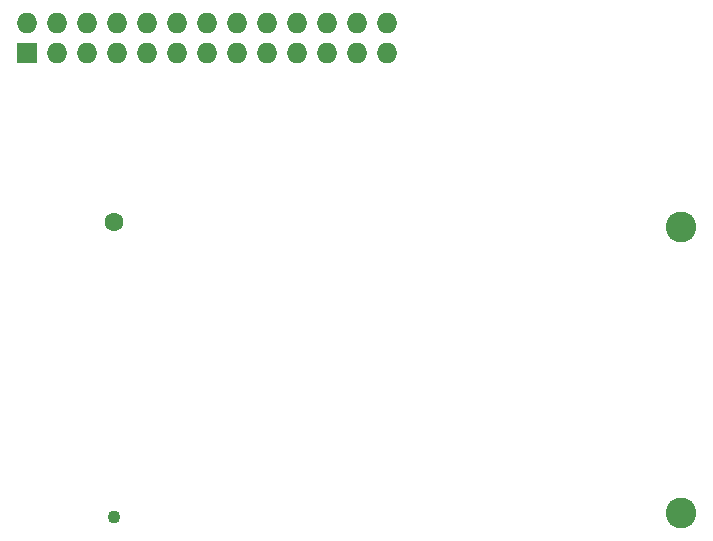
<source format=gbs>
%TF.GenerationSoftware,KiCad,Pcbnew,5.99.0-unknown-140f4a8d21~125~ubuntu20.04.1*%
%TF.CreationDate,2021-04-01T23:20:44+02:00*%
%TF.ProjectId,pi-hat-lorawan-gateway-minipci,70692d68-6174-42d6-9c6f-726177616e2d,rev?*%
%TF.SameCoordinates,Original*%
%TF.FileFunction,Soldermask,Bot*%
%TF.FilePolarity,Negative*%
%FSLAX46Y46*%
G04 Gerber Fmt 4.6, Leading zero omitted, Abs format (unit mm)*
G04 Created by KiCad (PCBNEW 5.99.0-unknown-140f4a8d21~125~ubuntu20.04.1) date 2021-04-01 23:20:44*
%MOMM*%
%LPD*%
G01*
G04 APERTURE LIST*
%ADD10R,1.727200X1.727200*%
%ADD11O,1.727200X1.727200*%
%ADD12C,1.600000*%
%ADD13C,2.600000*%
%ADD14C,1.100000*%
G04 APERTURE END LIST*
D10*
%TO.C,Con1*%
X106450000Y-74450000D03*
D11*
X106450000Y-71910000D03*
X108990000Y-74450000D03*
X108990000Y-71910000D03*
X111530000Y-74450000D03*
X111530000Y-71910000D03*
X114070000Y-74450000D03*
X114070000Y-71910000D03*
X116610000Y-74450000D03*
X116610000Y-71910000D03*
X119150000Y-74450000D03*
X119150000Y-71910000D03*
X121690000Y-74450000D03*
X121690000Y-71910000D03*
X124230000Y-74450000D03*
X124230000Y-71910000D03*
X126770000Y-74450000D03*
X126770000Y-71910000D03*
X129310000Y-74450000D03*
X129310000Y-71910000D03*
X131850000Y-74450000D03*
X131850000Y-71910000D03*
X134390000Y-74450000D03*
X134390000Y-71910000D03*
X136930000Y-74450000D03*
X136930000Y-71910000D03*
%TD*%
D12*
%TO.C,Con2*%
X113770000Y-88750000D03*
D13*
X161820000Y-89150000D03*
D14*
X113770000Y-113750000D03*
D13*
X161820000Y-113350000D03*
%TD*%
M02*

</source>
